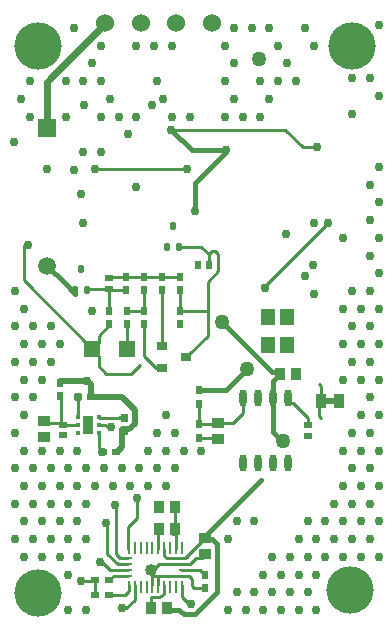
<source format=gbr>
%TF.GenerationSoftware,Altium Limited,Altium Designer,18.1.9 (240)*%
G04 Layer_Physical_Order=2*
G04 Layer_Color=16711680*
%FSLAX26Y26*%
%MOIN*%
%TF.FileFunction,Copper,L2,Bot,Signal*%
%TF.Part,Single*%
G01*
G75*
%TA.AperFunction,SMDPad,CuDef*%
%ADD15R,0.039370X0.035433*%
%ADD19R,0.035433X0.031496*%
%TA.AperFunction,Conductor*%
%ADD22C,0.010000*%
%ADD23C,0.020000*%
%ADD24C,0.015000*%
%TA.AperFunction,ComponentPad*%
%ADD26C,0.060000*%
%ADD27R,0.059055X0.059055*%
%ADD28C,0.059055*%
%TA.AperFunction,ViaPad*%
%ADD29C,0.157480*%
%ADD30C,0.030000*%
%ADD31C,0.040000*%
%ADD32C,0.050000*%
%TA.AperFunction,SMDPad,CuDef*%
%ADD33R,0.009842X0.038386*%
%ADD34R,0.034449X0.009842*%
%ADD35R,0.023622X0.029528*%
%ADD36R,0.029528X0.023622*%
%ADD37R,0.025197X0.023622*%
%ADD38R,0.037795X0.062992*%
%TA.AperFunction,BGAPad,CuDef*%
%ADD39R,0.015748X0.015748*%
%TA.AperFunction,SMDPad,CuDef*%
%ADD40R,0.037402X0.049213*%
%ADD41R,0.051181X0.055118*%
%ADD42R,0.023622X0.025197*%
G04:AMPARAMS|DCode=43|XSize=19.685mil|YSize=29.528mil|CornerRadius=4.921mil|HoleSize=0mil|Usage=FLASHONLY|Rotation=0.000|XOffset=0mil|YOffset=0mil|HoleType=Round|Shape=RoundedRectangle|*
%AMROUNDEDRECTD43*
21,1,0.019685,0.019685,0,0,0.0*
21,1,0.009843,0.029528,0,0,0.0*
1,1,0.009842,0.004921,-0.009843*
1,1,0.009842,-0.004921,-0.009843*
1,1,0.009842,-0.004921,0.009843*
1,1,0.009842,0.004921,0.009843*
%
%ADD43ROUNDEDRECTD43*%
%ADD44R,0.035433X0.039370*%
%ADD45O,0.023622X0.057087*%
%ADD46R,0.053150X0.057087*%
%TA.AperFunction,Conductor*%
%ADD47C,0.015748*%
%ADD48C,0.019685*%
%ADD49C,0.023622*%
D15*
X133858Y643547D02*
D03*
Y696696D02*
D03*
X715000Y638622D02*
D03*
Y691772D02*
D03*
X673228Y307254D02*
D03*
Y254105D02*
D03*
D19*
X528937Y873583D02*
D03*
Y948386D02*
D03*
X607677Y910984D02*
D03*
D22*
X388065Y708661D02*
X401839D01*
X386046Y710681D02*
X388065Y708661D01*
X318912D02*
X401839D01*
X316892Y710681D02*
X318912Y708661D01*
X535808Y125763D02*
Y151102D01*
X534123Y124078D02*
X535808Y125763D01*
X534123Y120698D02*
Y124078D01*
X526508Y113083D02*
X534123Y120698D01*
X523128Y113083D02*
X526508D01*
X522487Y112442D02*
X523128Y113083D01*
X492214Y112442D02*
X522487D01*
X575257Y275906D02*
Y324349D01*
Y270000D02*
Y275906D01*
X600848Y220472D02*
X621977D01*
X519685D02*
X600848D01*
Y181102D02*
X616870D01*
X515748D02*
X600848D01*
X496063Y196850D02*
X519685Y220472D01*
X642892Y241388D02*
X660512D01*
X621977Y220472D02*
X642892Y241388D01*
X516202Y270000D02*
Y333299D01*
X519685Y336782D01*
X535966Y248622D02*
X544430Y240157D01*
X535966Y248622D02*
Y269921D01*
X535887Y270000D02*
X535966Y269921D01*
X590630Y240236D02*
X603574D01*
X66929Y1167500D02*
Y1285481D01*
X544430Y240157D02*
X590551D01*
X385827Y710462D02*
X386046Y710681D01*
X316757Y710546D02*
X316892Y710681D01*
X348353Y676478D02*
X356724D01*
X339791Y685039D02*
X348353Y676478D01*
X317067Y684646D02*
X317461Y685039D01*
X339791D01*
X316673D02*
X317067Y684646D01*
X316673Y609163D02*
X320947Y604890D01*
X316673Y609163D02*
Y659449D01*
X320947Y601299D02*
Y604890D01*
Y601299D02*
X327758Y594488D01*
X330711D01*
X316673Y710630D02*
X316757Y710546D01*
X247382Y734915D02*
X247897Y735430D01*
X247382Y710630D02*
Y734915D01*
X247897Y735430D02*
Y778304D01*
X133858Y696696D02*
X140313Y690242D01*
X191862Y689408D02*
X197018Y684252D01*
X191028Y690242D02*
X191862Y689408D01*
X140313Y690242D02*
X191028D01*
X186706Y779528D02*
X191862Y774372D01*
Y689408D02*
Y774372D01*
X246988Y684646D02*
X247382Y685039D01*
X197411Y684646D02*
X246988D01*
X197018Y684252D02*
X197411Y684646D01*
X1051181Y820725D02*
X1059055Y812851D01*
Y765859D02*
Y812851D01*
X1056975Y763779D02*
X1059055Y765859D01*
X1051181Y715871D02*
X1058391Y708661D01*
X1051181Y715871D02*
Y757985D01*
X1056975Y763779D01*
X594942Y110081D02*
X618409Y86614D01*
X594942Y110081D02*
Y151181D01*
X503937Y181102D02*
X515748D01*
X516202Y180648D01*
Y151181D02*
Y180648D01*
X496063Y196850D02*
X496438Y196475D01*
X492126Y200787D02*
X496063Y196850D01*
X496438Y188601D02*
X503937Y181102D01*
X496438Y188601D02*
Y196475D01*
Y151260D02*
Y188601D01*
Y151260D02*
X496517Y151181D01*
X492214Y75847D02*
Y112442D01*
X491169Y74803D02*
X492214Y75847D01*
X535808Y151102D02*
X535887Y151181D01*
X409449Y74803D02*
X437462Y102816D01*
Y151181D01*
X350964Y118110D02*
X406158D01*
X417698Y129651D01*
Y148228D01*
X417777Y148307D01*
Y151181D01*
X660512Y241388D02*
X673228Y254105D01*
X572835Y336782D02*
Y409616D01*
X603574Y240236D02*
X648159Y284821D01*
X350964Y169291D02*
X357776Y176102D01*
X361586D01*
X366586Y181102D02*
X413386D01*
X361586Y176102D02*
X366586Y181102D01*
X590551Y200787D02*
X654789D01*
X660774Y194803D01*
X663789D01*
X670538Y185039D02*
X670600D01*
X663789Y194803D02*
X670538Y188055D01*
Y185039D02*
Y188055D01*
X590551Y240157D02*
X590630Y240236D01*
X636015Y139764D02*
X670600D01*
X628189Y147590D02*
X636015Y139764D01*
X628189Y147590D02*
Y169784D01*
X616870Y181102D02*
X628189Y169784D01*
X671260Y307254D02*
X673228D01*
X648827Y284821D02*
X671260Y307254D01*
X648159Y284821D02*
X648827D01*
X374015Y255906D02*
Y419045D01*
X425630Y855827D02*
X453819Y884016D01*
X341904Y855827D02*
X425630D01*
X352608Y1017795D02*
Y1020748D01*
X317116Y880615D02*
Y913376D01*
Y880615D02*
X341904Y855827D01*
X295541Y934951D02*
X317116Y913376D01*
X295541Y936919D02*
Y938888D01*
X997235Y1610236D02*
X1045330D01*
X938180Y1669291D02*
X997235Y1610236D01*
X559055Y1669291D02*
X938180D01*
X66929Y1167500D02*
X295541Y938888D01*
X317116Y982303D02*
X352608Y1017795D01*
X948829Y763023D02*
Y774055D01*
Y763023D02*
X955121Y756731D01*
X966153D01*
X1015729Y707155D01*
Y684095D02*
Y707155D01*
X259842Y165354D02*
X301752D01*
X305689Y169291D01*
Y118110D02*
Y169291D01*
X322835Y228346D02*
X328327D01*
X346457Y255905D02*
X381890Y220472D01*
X374015Y255906D02*
X389764Y240157D01*
X413386D01*
X355886Y200787D02*
X413386D01*
X328327Y228346D02*
X355886Y200787D01*
X445839Y375485D02*
Y440945D01*
X346457Y255905D02*
Y354331D01*
X381890Y220472D02*
X413386D01*
X874016Y1149606D02*
X1082677Y1358268D01*
X862205Y1149606D02*
X874016D01*
X1082677Y1358268D02*
X1086614D01*
X413386Y343031D02*
X445839Y375485D01*
X413386Y270000D02*
Y343031D01*
X393701Y74803D02*
X409449D01*
X618409Y86614D02*
X623407D01*
X798829Y724026D02*
Y774055D01*
X766575Y691772D02*
X798829Y724026D01*
X239252Y1121880D02*
Y1135276D01*
X305118Y1539370D02*
X610236D01*
X740158Y1594488D02*
Y1600472D01*
X657520Y1279331D02*
X683583Y1253268D01*
X583622Y1279331D02*
X657520D01*
X715000Y1196427D02*
Y1254653D01*
X681102Y1162529D02*
X715000Y1196427D01*
X681102Y1066024D02*
Y1162529D01*
X704230Y1265424D02*
X715000Y1254653D01*
X695739Y1265424D02*
X704230D01*
X683583Y1253268D02*
X695739Y1265424D01*
X650000Y686772D02*
Y755669D01*
X295541Y936919D02*
X317116Y958494D01*
Y982303D01*
X468937Y1066024D02*
Y1133110D01*
Y1178386D02*
X528937D01*
X588937D01*
X528937Y948386D02*
Y1133110D01*
X411683Y936919D02*
Y1020748D01*
X468937Y912953D02*
Y1020748D01*
X683583Y1218386D02*
Y1253268D01*
X715000Y691772D02*
X766575D01*
X712126Y641496D02*
X715000Y638622D01*
X650000Y641496D02*
X712126D01*
X652205Y688976D02*
X712205D01*
X715000Y691772D01*
X650000Y686772D02*
X652205Y688976D01*
X588937Y1066024D02*
X681102D01*
Y982441D02*
Y1066024D01*
X619921Y921260D02*
X681102Y982441D01*
X588937Y1178386D02*
Y1181339D01*
X643337Y1223986D02*
X648937Y1218386D01*
X352608Y1066024D02*
Y1138386D01*
X357884Y1133110D02*
X408937D01*
X352608Y1138386D02*
X357884Y1133110D01*
X418494Y1066024D02*
X468937D01*
X415088Y1069429D02*
X416525Y1070866D01*
X508307Y873583D02*
X528937D01*
X468937Y912953D02*
X508307Y873583D01*
X617953Y921260D02*
X619921D01*
X607677Y910984D02*
X617953Y921260D01*
X588937Y1066024D02*
Y1133110D01*
X416525Y1067992D02*
X418494Y1066024D01*
X416525Y1067992D02*
Y1070866D01*
X411683Y1066024D02*
X415088Y1069429D01*
X645079Y1214528D02*
X648937Y1218386D01*
X408937Y1178386D02*
X468937D01*
X358996Y1179419D02*
X407904D01*
X408937Y1178386D01*
X352608Y1173032D02*
X358996Y1179419D01*
X351053Y1136831D02*
X352608Y1138386D01*
X280177Y1136831D02*
X351053D01*
X278622Y1135276D02*
X280177Y1136831D01*
D23*
X393595Y778304D02*
X436839Y735061D01*
X419167Y669951D02*
X436839Y687622D01*
Y735061D01*
X290243Y780115D02*
X296807D01*
X396389Y669951D02*
X419167D01*
X396389Y611938D02*
Y669951D01*
X378939Y594488D02*
X396389Y611938D01*
X294996Y778304D02*
X393595D01*
X293173D02*
X294996D01*
X278527Y831771D02*
X290243Y820056D01*
X193674Y831771D02*
X278527D01*
X191470Y829567D02*
X193674Y831771D01*
X188517Y829567D02*
X191470D01*
X186706Y827756D02*
X188517Y829567D01*
X186706Y824803D02*
Y827756D01*
X290243Y780115D02*
Y820056D01*
X294996Y778304D02*
X296807Y780115D01*
X375986Y594488D02*
X378939D01*
D24*
X572835Y326772D02*
X575257Y324349D01*
X741890Y800945D02*
X811024Y870079D01*
X650000Y800945D02*
X741890D01*
X728346Y1027559D02*
X896370Y859536D01*
X918023D01*
X923228Y854331D01*
X898829Y660226D02*
X925197Y633858D01*
X898829Y660226D02*
Y774055D01*
Y829931D01*
X923228Y854331D01*
D26*
X693367Y2022961D02*
D03*
X575257D02*
D03*
X457147D02*
D03*
X339037D02*
D03*
D27*
X145581Y1674213D02*
D03*
D28*
Y1215551D02*
D03*
D29*
X1161417Y1948819D02*
D03*
X114173D02*
D03*
X1153543Y136134D02*
D03*
X114173Y123478D02*
D03*
D30*
X401839Y708661D02*
D03*
X393701Y74803D02*
D03*
X1250000Y2016811D02*
D03*
X1220472Y1839645D02*
D03*
X1250000Y1780590D02*
D03*
Y1544370D02*
D03*
X1220472Y1485315D02*
D03*
X1250000Y1426259D02*
D03*
X1220472Y1367204D02*
D03*
X1250000Y1308149D02*
D03*
X1220472Y1249094D02*
D03*
X1250000Y1190039D02*
D03*
X1220472Y1130984D02*
D03*
X1250000Y1071929D02*
D03*
X1220472Y1012874D02*
D03*
X1250000Y953819D02*
D03*
X1220472Y894764D02*
D03*
X1250000Y835708D02*
D03*
X1220472Y776653D02*
D03*
X1250000Y717598D02*
D03*
X1220472Y658543D02*
D03*
X1250000Y599488D02*
D03*
X1220472Y540433D02*
D03*
X1250000Y481378D02*
D03*
X1220472Y422323D02*
D03*
X1250000Y363268D02*
D03*
X1220472Y304213D02*
D03*
X1250000Y245157D02*
D03*
X1161417Y1839645D02*
D03*
Y1721535D02*
D03*
Y1130984D02*
D03*
X1190945Y1071929D02*
D03*
X1161417Y1012874D02*
D03*
X1190945Y953819D02*
D03*
X1161417Y894764D02*
D03*
X1190945Y835708D02*
D03*
Y717598D02*
D03*
X1161417Y658543D02*
D03*
X1190945Y599488D02*
D03*
X1161417Y540433D02*
D03*
X1190945Y481378D02*
D03*
X1161417Y422323D02*
D03*
X1190945Y363268D02*
D03*
X1161417Y304213D02*
D03*
X1190945Y245157D02*
D03*
X1131889Y1308149D02*
D03*
Y1071929D02*
D03*
Y953819D02*
D03*
Y835708D02*
D03*
Y599488D02*
D03*
Y481378D02*
D03*
X1102362Y422323D02*
D03*
X1131889Y363268D02*
D03*
X1102362Y304213D02*
D03*
X1131889Y245157D02*
D03*
X1072834Y363268D02*
D03*
X1043307Y304213D02*
D03*
X1072834Y245157D02*
D03*
X1043307Y186102D02*
D03*
Y67992D02*
D03*
X1013779Y363268D02*
D03*
X984252Y304213D02*
D03*
X1013779Y245157D02*
D03*
X984252Y186102D02*
D03*
X1013779Y127047D02*
D03*
X984252Y67992D02*
D03*
X954724Y245157D02*
D03*
X925197Y186102D02*
D03*
X954724Y127047D02*
D03*
X925197Y67992D02*
D03*
X895669Y245157D02*
D03*
X866141Y186102D02*
D03*
X895669Y127047D02*
D03*
X866141Y67992D02*
D03*
X836614Y363268D02*
D03*
Y127047D02*
D03*
X807086Y67992D02*
D03*
X777559Y363268D02*
D03*
X748031Y304213D02*
D03*
X777559Y127047D02*
D03*
X748031Y67992D02*
D03*
X659449Y599488D02*
D03*
X570866Y658543D02*
D03*
X600394Y599488D02*
D03*
X570866Y540433D02*
D03*
X541338Y717598D02*
D03*
X511811Y658543D02*
D03*
X541338Y599488D02*
D03*
X511811Y540433D02*
D03*
X541338Y481378D02*
D03*
X482283Y599488D02*
D03*
X452756Y540433D02*
D03*
X482283Y481378D02*
D03*
X393701Y540433D02*
D03*
X423228Y481378D02*
D03*
X334646Y540433D02*
D03*
X364173Y481378D02*
D03*
X275591Y540433D02*
D03*
X305118Y481378D02*
D03*
X275591Y422323D02*
D03*
Y304213D02*
D03*
Y67992D02*
D03*
X246063Y599488D02*
D03*
X216535Y540433D02*
D03*
X246063Y481378D02*
D03*
X216535Y422323D02*
D03*
X246063Y363268D02*
D03*
X216535Y304213D02*
D03*
X246063Y245157D02*
D03*
X216535Y186102D02*
D03*
Y67992D02*
D03*
X157480Y1012874D02*
D03*
X187008Y953819D02*
D03*
X157480Y894764D02*
D03*
X187008Y599488D02*
D03*
X157480Y540433D02*
D03*
X187008Y481378D02*
D03*
X157480Y422323D02*
D03*
X187008Y363268D02*
D03*
X157480Y304213D02*
D03*
X187008Y245157D02*
D03*
X98425Y1012874D02*
D03*
X127953Y953819D02*
D03*
X98425Y894764D02*
D03*
X127953Y835708D02*
D03*
X98425Y776653D02*
D03*
X127953Y599488D02*
D03*
X98425Y540433D02*
D03*
X127953Y481378D02*
D03*
X98425Y422323D02*
D03*
X127953Y363268D02*
D03*
X98425Y304213D02*
D03*
X127953Y245157D02*
D03*
X39370Y1130984D02*
D03*
X68898Y1071929D02*
D03*
X39370Y1012874D02*
D03*
X68898Y953819D02*
D03*
X39370Y894764D02*
D03*
X68898Y835708D02*
D03*
X39370Y776653D02*
D03*
X68898Y717598D02*
D03*
X39370Y658543D02*
D03*
X68898Y599488D02*
D03*
X39370Y540433D02*
D03*
X68898Y481378D02*
D03*
X39370Y422323D02*
D03*
X68898Y363268D02*
D03*
X39370Y304213D02*
D03*
X68898Y245157D02*
D03*
X356724Y676478D02*
D03*
X278527Y831771D02*
D03*
X327758Y594488D02*
D03*
X247897Y778304D02*
D03*
X511810Y1830705D02*
D03*
X572835Y326772D02*
D03*
X82677Y1283465D02*
D03*
X740158Y1600472D02*
D03*
X856299Y1712598D02*
D03*
X342519Y358267D02*
D03*
X1033464Y1358267D02*
D03*
X561023Y1712598D02*
D03*
X637794Y1397635D02*
D03*
X870079Y1141732D02*
D03*
X1082677Y1358268D02*
D03*
X559055Y1669291D02*
D03*
X1003937Y2007873D02*
D03*
X1033464Y1948818D02*
D03*
X1003937Y1181102D02*
D03*
X1033464Y1122047D02*
D03*
X944882Y1889763D02*
D03*
X974409Y1830708D02*
D03*
X885827Y2007873D02*
D03*
X915354Y1948818D02*
D03*
Y1830708D02*
D03*
X885827Y1771653D02*
D03*
X826771Y2007873D02*
D03*
X856299Y1830708D02*
D03*
X767716Y2007873D02*
D03*
Y1889763D02*
D03*
Y1771653D02*
D03*
X797244Y1712598D02*
D03*
X738189Y1948818D02*
D03*
Y1830708D02*
D03*
Y1712598D02*
D03*
X620078D02*
D03*
X561023Y1948818D02*
D03*
X531496Y1771653D02*
D03*
X501968Y1948818D02*
D03*
X442913D02*
D03*
Y1712598D02*
D03*
X413386Y1653543D02*
D03*
X442913Y1476378D02*
D03*
X354331Y1771653D02*
D03*
X383858Y1712598D02*
D03*
X324803Y1948818D02*
D03*
X295276Y1889763D02*
D03*
X324803Y1830708D02*
D03*
Y1712598D02*
D03*
Y1594488D02*
D03*
X295276Y1062992D02*
D03*
X236220Y2007873D02*
D03*
X265748Y1830708D02*
D03*
Y1594488D02*
D03*
X236220Y1535433D02*
D03*
X265748Y1358267D02*
D03*
X206693Y1830708D02*
D03*
Y1712598D02*
D03*
X88583Y1830708D02*
D03*
X59055Y1771653D02*
D03*
X88583Y1712598D02*
D03*
X258885Y1456032D02*
D03*
X144623Y1538435D02*
D03*
X939988Y1322144D02*
D03*
X1030539Y1219378D02*
D03*
X494961Y1751968D02*
D03*
X34476Y1626661D02*
D03*
X267743Y1751968D02*
D03*
X1045330Y1610236D02*
D03*
X259842Y165354D02*
D03*
X322835Y228346D02*
D03*
X444882Y440945D02*
D03*
X371919Y419045D02*
D03*
X623407Y86614D02*
D03*
X305118Y1539370D02*
D03*
X610236D02*
D03*
D31*
X492126Y200787D02*
D03*
D32*
X853068Y1905512D02*
D03*
X728346Y1027559D02*
D03*
X811024Y870079D02*
D03*
X881890Y952756D02*
D03*
X933071Y629921D02*
D03*
D33*
X417777Y145276D02*
D03*
X437462D02*
D03*
X457147D02*
D03*
X476832D02*
D03*
X496517D02*
D03*
X516202D02*
D03*
X535887D02*
D03*
X555572D02*
D03*
X575257D02*
D03*
X594942D02*
D03*
X417777Y275906D02*
D03*
X437462D02*
D03*
X457147D02*
D03*
X476832D02*
D03*
X496517D02*
D03*
X516202D02*
D03*
X535887D02*
D03*
X555572D02*
D03*
X575257D02*
D03*
X594942D02*
D03*
D34*
X411871Y181102D02*
D03*
X600848D02*
D03*
X411871Y200787D02*
D03*
X600848D02*
D03*
X411871Y220472D02*
D03*
X600848D02*
D03*
X411871Y240157D02*
D03*
X600848D02*
D03*
D35*
X186706Y779528D02*
D03*
Y824803D02*
D03*
X405512Y709255D02*
D03*
Y663980D02*
D03*
X650000Y755669D02*
D03*
Y800945D02*
D03*
Y641496D02*
D03*
Y686772D02*
D03*
X468937Y1133110D02*
D03*
Y1178386D02*
D03*
X408937Y1133110D02*
D03*
Y1178386D02*
D03*
X352608Y1020748D02*
D03*
Y1066024D02*
D03*
X411683Y1020748D02*
D03*
Y1066024D02*
D03*
X468937Y1020748D02*
D03*
Y1066024D02*
D03*
X588937Y1133110D02*
D03*
Y1178386D02*
D03*
Y1020748D02*
D03*
Y1066024D02*
D03*
X670600Y185039D02*
D03*
Y139764D02*
D03*
X528937Y1178386D02*
D03*
Y1133110D02*
D03*
D36*
X247897Y778304D02*
D03*
X293173D02*
D03*
X330711Y594488D02*
D03*
X375986D02*
D03*
X305689Y118110D02*
D03*
X350964D02*
D03*
X305689Y169291D02*
D03*
X350964D02*
D03*
D37*
X197018Y684252D02*
D03*
Y649606D02*
D03*
X352608Y1173032D02*
D03*
Y1138386D02*
D03*
X1015729Y684095D02*
D03*
Y649449D02*
D03*
D38*
X282028Y685039D02*
D03*
D39*
X247382Y659449D02*
D03*
Y685039D02*
D03*
Y710630D02*
D03*
X316673Y659449D02*
D03*
Y685039D02*
D03*
Y710630D02*
D03*
D40*
X1056975Y763779D02*
D03*
X1117999D02*
D03*
D41*
X944882Y1043307D02*
D03*
X881890D02*
D03*
X944882Y952756D02*
D03*
X881890D02*
D03*
D42*
X648937Y1218386D02*
D03*
X683583D02*
D03*
D43*
X563937Y1347441D02*
D03*
X544252Y1279331D02*
D03*
X583622D02*
D03*
X258937Y1203386D02*
D03*
X239252Y1135276D02*
D03*
X278622D02*
D03*
D44*
X976378Y854331D02*
D03*
X923228D02*
D03*
X519685Y409616D02*
D03*
X572835D02*
D03*
X519685Y336782D02*
D03*
X572835D02*
D03*
X491169Y74803D02*
D03*
X544319D02*
D03*
D45*
X798829Y774055D02*
D03*
X848829D02*
D03*
X898829D02*
D03*
X948829D02*
D03*
X798829Y559488D02*
D03*
X848829D02*
D03*
X898829D02*
D03*
X948829D02*
D03*
D46*
X295541Y936919D02*
D03*
X411683D02*
D03*
D47*
X675594Y316981D02*
X675761Y307298D01*
X675806Y304677D01*
X600219Y53740D02*
X637024D01*
X585658Y68301D02*
X600219Y53740D01*
X550821Y68301D02*
X585658D01*
X544319Y74803D02*
X550821Y68301D01*
X693986Y304677D02*
X710787Y287876D01*
Y127504D02*
Y287876D01*
X637024Y53740D02*
X710787Y127504D01*
X675594Y316981D02*
X856895Y501423D01*
X627874Y1600472D02*
X740158D01*
X637794Y1492125D02*
X740158Y1594488D01*
X559055Y1669291D02*
X627874Y1600472D01*
X203651Y1157480D02*
X239252Y1121880D01*
X145581Y1215551D02*
X203651Y1157480D01*
X637794Y1397635D02*
Y1492125D01*
D48*
X1072487Y763779D02*
X1102487D01*
D49*
X145581Y1829504D02*
X339037Y2022961D01*
X145581Y1674213D02*
Y1829504D01*
%TF.MD5,55cbdf223fef2348a0c6b5ea724f9986*%
M02*

</source>
